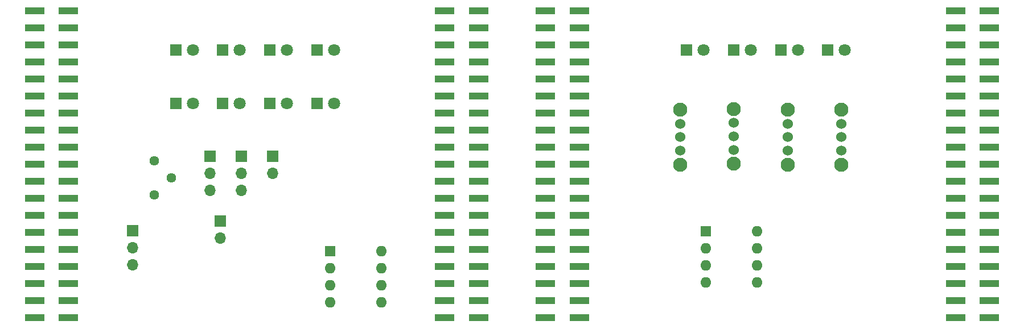
<source format=gbr>
%TF.GenerationSoftware,KiCad,Pcbnew,(6.0.8)*%
%TF.CreationDate,2022-11-08T10:52:10+01:00*%
%TF.ProjectId,TVZ_KTM_ApplicationBoard,54565a5f-4b54-44d5-9f41-70706c696361,rev?*%
%TF.SameCoordinates,Original*%
%TF.FileFunction,Copper,L2,Bot*%
%TF.FilePolarity,Positive*%
%FSLAX46Y46*%
G04 Gerber Fmt 4.6, Leading zero omitted, Abs format (unit mm)*
G04 Created by KiCad (PCBNEW (6.0.8)) date 2022-11-08 10:52:10*
%MOMM*%
%LPD*%
G01*
G04 APERTURE LIST*
%TA.AperFunction,ComponentPad*%
%ADD10C,1.440000*%
%TD*%
%TA.AperFunction,ComponentPad*%
%ADD11R,1.700000X1.700000*%
%TD*%
%TA.AperFunction,ComponentPad*%
%ADD12O,1.700000X1.700000*%
%TD*%
%TA.AperFunction,ComponentPad*%
%ADD13R,1.600000X1.600000*%
%TD*%
%TA.AperFunction,ComponentPad*%
%ADD14O,1.600000X1.600000*%
%TD*%
%TA.AperFunction,ComponentPad*%
%ADD15C,2.100000*%
%TD*%
%TA.AperFunction,ComponentPad*%
%ADD16C,1.524000*%
%TD*%
%TA.AperFunction,ComponentPad*%
%ADD17R,1.800000X1.800000*%
%TD*%
%TA.AperFunction,ComponentPad*%
%ADD18C,1.800000*%
%TD*%
%TA.AperFunction,SMDPad,CuDef*%
%ADD19R,3.000000X1.000000*%
%TD*%
G04 APERTURE END LIST*
D10*
%TO.P,RV1,1,1*%
%TO.N,+3V3*%
X119790000Y-83610000D03*
%TO.P,RV1,2,2*%
%TO.N,POT*%
X122330000Y-81070000D03*
%TO.P,RV1,3,3*%
%TO.N,GND*%
X119790000Y-78530000D03*
%TD*%
D11*
%TO.P,JP5,1,A*%
%TO.N,+3V3*%
X128070000Y-77850000D03*
D12*
%TO.P,JP5,2,C*%
%TO.N,Net-(JP5-Pad2)*%
X128070000Y-80390000D03*
%TO.P,JP5,3,B*%
%TO.N,GND*%
X128070000Y-82930000D03*
%TD*%
D11*
%TO.P,JP4,1,A*%
%TO.N,+3V3*%
X132720000Y-77850000D03*
D12*
%TO.P,JP4,2,C*%
%TO.N,Net-(JP4-Pad2)*%
X132720000Y-80390000D03*
%TO.P,JP4,3,B*%
%TO.N,GND*%
X132720000Y-82930000D03*
%TD*%
D11*
%TO.P,JP3,1,A*%
%TO.N,Net-(JP3-Pad1)*%
X129660000Y-87550000D03*
D12*
%TO.P,JP3,2,B*%
%TO.N,/SDA*%
X129660000Y-90090000D03*
%TD*%
D11*
%TO.P,JP2,1,A*%
%TO.N,Net-(JP2-Pad1)*%
X137370000Y-77850000D03*
D12*
%TO.P,JP2,2,B*%
%TO.N,/SCL*%
X137370000Y-80390000D03*
%TD*%
D11*
%TO.P,JP1,1,A*%
%TO.N,+3V3*%
X116560000Y-88940000D03*
D12*
%TO.P,JP1,2,C*%
%TO.N,Net-(JP1-Pad2)*%
X116560000Y-91480000D03*
%TO.P,JP1,3,B*%
%TO.N,GND*%
X116560000Y-94020000D03*
%TD*%
D13*
%TO.P,U3,1,TXD*%
%TO.N,TXD_2*%
X201825000Y-89015000D03*
D14*
%TO.P,U3,2,VSS*%
%TO.N,GND*%
X201825000Y-91555000D03*
%TO.P,U3,3,VDD*%
%TO.N,+3V3*%
X201825000Y-94095000D03*
%TO.P,U3,4,RXD*%
%TO.N,RXD_2*%
X201825000Y-96635000D03*
%TO.P,U3,5,Vref*%
%TO.N,unconnected-(U3-Pad5)*%
X209445000Y-96635000D03*
%TO.P,U3,6,CANL*%
%TO.N,Net-(R18-Pad2)*%
X209445000Y-94095000D03*
%TO.P,U3,7,CANH*%
%TO.N,Net-(R18-Pad1)*%
X209445000Y-91555000D03*
%TO.P,U3,8,Rs*%
%TO.N,GND*%
X209445000Y-89015000D03*
%TD*%
D15*
%TO.P,SW4,*%
%TO.N,*%
X222000000Y-79100000D03*
X222000000Y-70900000D03*
D16*
%TO.P,SW4,1,A*%
%TO.N,unconnected-(SW4-Pad1)*%
X222000000Y-73000000D03*
%TO.P,SW4,2,B*%
%TO.N,PB10_1*%
X222000000Y-75000000D03*
%TO.P,SW4,3,C*%
%TO.N,GND*%
X222000000Y-77000000D03*
%TD*%
D15*
%TO.P,SW3,*%
%TO.N,*%
X206000000Y-79000000D03*
X206000000Y-70800000D03*
D16*
%TO.P,SW3,1,A*%
%TO.N,unconnected-(SW3-Pad1)*%
X206000000Y-72900000D03*
%TO.P,SW3,2,B*%
%TO.N,PB1_1*%
X206000000Y-74900000D03*
%TO.P,SW3,3,C*%
%TO.N,GND*%
X206000000Y-76900000D03*
%TD*%
D15*
%TO.P,SW2,*%
%TO.N,*%
X214000000Y-79100000D03*
X214000000Y-70900000D03*
D16*
%TO.P,SW2,1,A*%
%TO.N,unconnected-(SW2-Pad1)*%
X214000000Y-73000000D03*
%TO.P,SW2,2,B*%
%TO.N,PB2_1*%
X214000000Y-75000000D03*
%TO.P,SW2,3,C*%
%TO.N,GND*%
X214000000Y-77000000D03*
%TD*%
D15*
%TO.P,SW1,*%
%TO.N,*%
X198000000Y-79100000D03*
X198000000Y-70900000D03*
D16*
%TO.P,SW1,1,A*%
%TO.N,unconnected-(SW1-Pad1)*%
X198000000Y-73000000D03*
%TO.P,SW1,2,B*%
%TO.N,PB0_1*%
X198000000Y-75000000D03*
%TO.P,SW1,3,C*%
%TO.N,GND*%
X198000000Y-77000000D03*
%TD*%
D17*
%TO.P,D12,1,K*%
%TO.N,GND*%
X144000000Y-70000000D03*
D18*
%TO.P,D12,2,A*%
%TO.N,Net-(D12-Pad2)*%
X146540000Y-70000000D03*
%TD*%
D17*
%TO.P,D11,1,K*%
%TO.N,GND*%
X137000000Y-70000000D03*
D18*
%TO.P,D11,2,A*%
%TO.N,Net-(D11-Pad2)*%
X139540000Y-70000000D03*
%TD*%
D17*
%TO.P,D10,1,K*%
%TO.N,GND*%
X130000000Y-70000000D03*
D18*
%TO.P,D10,2,A*%
%TO.N,Net-(D10-Pad2)*%
X132540000Y-70000000D03*
%TD*%
D17*
%TO.P,D9,1,K*%
%TO.N,GND*%
X123000000Y-70000000D03*
D18*
%TO.P,D9,2,A*%
%TO.N,Net-(D9-Pad2)*%
X125540000Y-70000000D03*
%TD*%
D17*
%TO.P,D8,1,K*%
%TO.N,GND*%
X144000000Y-62000000D03*
D18*
%TO.P,D8,2,A*%
%TO.N,Net-(D8-Pad2)*%
X146540000Y-62000000D03*
%TD*%
D17*
%TO.P,D7,1,K*%
%TO.N,GND*%
X137000000Y-62000000D03*
D18*
%TO.P,D7,2,A*%
%TO.N,Net-(D7-Pad2)*%
X139540000Y-62000000D03*
%TD*%
D17*
%TO.P,D6,1,K*%
%TO.N,GND*%
X130000000Y-62000000D03*
D18*
%TO.P,D6,2,A*%
%TO.N,Net-(D6-Pad2)*%
X132540000Y-62000000D03*
%TD*%
D17*
%TO.P,D5,1,K*%
%TO.N,GND*%
X123000000Y-62000000D03*
D18*
%TO.P,D5,2,A*%
%TO.N,Net-(D5-Pad2)*%
X125540000Y-62000000D03*
%TD*%
D17*
%TO.P,D4,1,K*%
%TO.N,GND*%
X220000000Y-62000000D03*
D18*
%TO.P,D4,2,A*%
%TO.N,Net-(D4-Pad2)*%
X222540000Y-62000000D03*
%TD*%
D17*
%TO.P,D3,1,K*%
%TO.N,GND*%
X213000000Y-62000000D03*
D18*
%TO.P,D3,2,A*%
%TO.N,Net-(D3-Pad2)*%
X215540000Y-62000000D03*
%TD*%
D17*
%TO.P,D2,1,K*%
%TO.N,GND*%
X206000000Y-62000000D03*
D18*
%TO.P,D2,2,A*%
%TO.N,Net-(D2-Pad2)*%
X208540000Y-62000000D03*
%TD*%
D17*
%TO.P,D1,1,K*%
%TO.N,GND*%
X199000000Y-62000000D03*
D18*
%TO.P,D1,2,A*%
%TO.N,Net-(D1-Pad2)*%
X201540000Y-62000000D03*
%TD*%
D13*
%TO.P,U2,1,TXD*%
%TO.N,TXD_1*%
X146000000Y-92000000D03*
D14*
%TO.P,U2,2,VSS*%
%TO.N,GND*%
X146000000Y-94540000D03*
%TO.P,U2,3,VDD*%
%TO.N,+3V3*%
X146000000Y-97080000D03*
%TO.P,U2,4,RXD*%
%TO.N,RXD_1*%
X146000000Y-99620000D03*
%TO.P,U2,5,Vref*%
%TO.N,unconnected-(U2-Pad5)*%
X153620000Y-99620000D03*
%TO.P,U2,6,CANL*%
%TO.N,Net-(R18-Pad2)*%
X153620000Y-97080000D03*
%TO.P,U2,7,CANH*%
%TO.N,Net-(R18-Pad1)*%
X153620000Y-94540000D03*
%TO.P,U2,8,Rs*%
%TO.N,GND*%
X153620000Y-92000000D03*
%TD*%
D19*
%TO.P,J2,1,Pin_1*%
%TO.N,PC9_1*%
X162980000Y-56210000D03*
%TO.P,J2,2,Pin_2*%
%TO.N,PC8_1*%
X168020000Y-56210000D03*
%TO.P,J2,3,Pin_3*%
%TO.N,unconnected-(J2-Pad3)*%
X162980000Y-58750000D03*
%TO.P,J2,4,Pin_4*%
%TO.N,PC6_1*%
X168020000Y-58750000D03*
%TO.P,J2,5,Pin_5*%
%TO.N,unconnected-(J2-Pad5)*%
X162980000Y-61290000D03*
%TO.P,J2,6,Pin_6*%
%TO.N,unconnected-(J2-Pad6)*%
X168020000Y-61290000D03*
%TO.P,J2,7,Pin_7*%
%TO.N,unconnected-(J2-Pad7)*%
X162980000Y-63830000D03*
%TO.P,J2,8,Pin_8*%
%TO.N,unconnected-(J2-Pad8)*%
X168020000Y-63830000D03*
%TO.P,J2,9,Pin_9*%
%TO.N,GND*%
X162980000Y-66370000D03*
%TO.P,J2,10,Pin_10*%
%TO.N,unconnected-(J2-Pad10)*%
X168020000Y-66370000D03*
%TO.P,J2,11,Pin_11*%
%TO.N,unconnected-(J2-Pad11)*%
X162980000Y-68910000D03*
%TO.P,J2,12,Pin_12*%
%TO.N,unconnected-(J2-Pad12)*%
X168020000Y-68910000D03*
%TO.P,J2,13,Pin_13*%
%TO.N,unconnected-(J2-Pad13)*%
X162980000Y-71450000D03*
%TO.P,J2,14,Pin_14*%
%TO.N,unconnected-(J2-Pad14)*%
X168020000Y-71450000D03*
%TO.P,J2,15,Pin_15*%
%TO.N,PA7_BUSY*%
X162980000Y-73990000D03*
%TO.P,J2,16,Pin_16*%
%TO.N,unconnected-(J2-Pad16)*%
X168020000Y-73990000D03*
%TO.P,J2,17,Pin_17*%
%TO.N,unconnected-(J2-Pad17)*%
X162980000Y-76530000D03*
%TO.P,J2,18,Pin_18*%
%TO.N,unconnected-(J2-Pad18)*%
X168020000Y-76530000D03*
%TO.P,J2,19,Pin_19*%
%TO.N,PC7_1*%
X162980000Y-79070000D03*
%TO.P,J2,20,Pin_20*%
%TO.N,GND*%
X168020000Y-79070000D03*
%TO.P,J2,21,Pin_21*%
%TO.N,unconnected-(J2-Pad21)*%
X162980000Y-81610000D03*
%TO.P,J2,22,Pin_22*%
%TO.N,PB2_1*%
X168020000Y-81610000D03*
%TO.P,J2,23,Pin_23*%
%TO.N,PA8_STROBE*%
X162980000Y-84150000D03*
%TO.P,J2,24,Pin_24*%
%TO.N,PB1_1*%
X168020000Y-84150000D03*
%TO.P,J2,25,Pin_25*%
%TO.N,PB10_1*%
X162980000Y-86690000D03*
%TO.P,J2,26,Pin_26*%
%TO.N,unconnected-(J2-Pad26)*%
X168020000Y-86690000D03*
%TO.P,J2,27,Pin_27*%
%TO.N,unconnected-(J2-Pad27)*%
X162980000Y-89230000D03*
%TO.P,J2,28,Pin_28*%
%TO.N,unconnected-(J2-Pad28)*%
X168020000Y-89230000D03*
%TO.P,J2,29,Pin_29*%
%TO.N,unconnected-(J2-Pad29)*%
X162980000Y-91770000D03*
%TO.P,J2,30,Pin_30*%
%TO.N,unconnected-(J2-Pad30)*%
X168020000Y-91770000D03*
%TO.P,J2,31,Pin_31*%
%TO.N,unconnected-(J2-Pad31)*%
X162980000Y-94310000D03*
%TO.P,J2,32,Pin_32*%
%TO.N,unconnected-(J2-Pad32)*%
X168020000Y-94310000D03*
%TO.P,J2,33,Pin_33*%
%TO.N,unconnected-(J2-Pad33)*%
X162980000Y-96850000D03*
%TO.P,J2,34,Pin_34*%
%TO.N,unconnected-(J2-Pad34)*%
X168020000Y-96850000D03*
%TO.P,J2,35,Pin_35*%
%TO.N,unconnected-(J2-Pad35)*%
X162980000Y-99390000D03*
%TO.P,J2,36,Pin_36*%
%TO.N,unconnected-(J2-Pad36)*%
X168020000Y-99390000D03*
%TO.P,J2,37,Pin_37*%
%TO.N,unconnected-(J2-Pad37)*%
X162980000Y-101930000D03*
%TO.P,J2,38,Pin_38*%
%TO.N,unconnected-(J2-Pad38)*%
X168020000Y-101930000D03*
%TD*%
%TO.P,J3,1,Pin_1*%
%TO.N,unconnected-(J3-Pad1)*%
X177980001Y-56210001D03*
%TO.P,J3,2,Pin_2*%
%TO.N,unconnected-(J3-Pad2)*%
X183020001Y-56210001D03*
%TO.P,J3,3,Pin_3*%
%TO.N,unconnected-(J3-Pad3)*%
X177980001Y-58750001D03*
%TO.P,J3,4,Pin_4*%
%TO.N,unconnected-(J3-Pad4)*%
X183020001Y-58750001D03*
%TO.P,J3,5,Pin_5*%
%TO.N,unconnected-(J3-Pad5)*%
X177980001Y-61290001D03*
%TO.P,J3,6,Pin_6*%
%TO.N,unconnected-(J3-Pad6)*%
X183020001Y-61290001D03*
%TO.P,J3,7,Pin_7*%
%TO.N,unconnected-(J3-Pad7)*%
X177980001Y-63830001D03*
%TO.P,J3,8,Pin_8*%
%TO.N,GND*%
X183020001Y-63830001D03*
%TO.P,J3,9,Pin_9*%
%TO.N,unconnected-(J3-Pad9)*%
X177980001Y-66370001D03*
%TO.P,J3,10,Pin_10*%
%TO.N,unconnected-(J3-Pad10)*%
X183020001Y-66370001D03*
%TO.P,J3,11,Pin_11*%
%TO.N,unconnected-(J3-Pad11)*%
X177980001Y-68910001D03*
%TO.P,J3,12,Pin_12*%
%TO.N,unconnected-(J3-Pad12)*%
X183020001Y-68910001D03*
%TO.P,J3,13,Pin_13*%
%TO.N,unconnected-(J3-Pad13)*%
X177980001Y-71450001D03*
%TO.P,J3,14,Pin_14*%
%TO.N,unconnected-(J3-Pad14)*%
X183020001Y-71450001D03*
%TO.P,J3,15,Pin_15*%
%TO.N,unconnected-(J3-Pad15)*%
X177980001Y-73990001D03*
%TO.P,J3,16,Pin_16*%
%TO.N,+3V3*%
X183020001Y-73990001D03*
%TO.P,J3,17,Pin_17*%
%TO.N,unconnected-(J3-Pad17)*%
X177980001Y-76530001D03*
%TO.P,J3,18,Pin_18*%
%TO.N,unconnected-(J3-Pad18)*%
X183020001Y-76530001D03*
%TO.P,J3,19,Pin_19*%
%TO.N,GND*%
X177980001Y-79070001D03*
%TO.P,J3,20,Pin_20*%
X183020001Y-79070001D03*
%TO.P,J3,21,Pin_21*%
%TO.N,unconnected-(J3-Pad21)*%
X177980001Y-81610001D03*
%TO.P,J3,22,Pin_22*%
%TO.N,GND*%
X183020001Y-81610001D03*
%TO.P,J3,23,Pin_23*%
%TO.N,unconnected-(J3-Pad23)*%
X177980001Y-84150001D03*
%TO.P,J3,24,Pin_24*%
%TO.N,unconnected-(J3-Pad24)*%
X183020001Y-84150001D03*
%TO.P,J3,25,Pin_25*%
%TO.N,unconnected-(J3-Pad25)*%
X177980001Y-86690001D03*
%TO.P,J3,26,Pin_26*%
%TO.N,unconnected-(J3-Pad26)*%
X183020001Y-86690001D03*
%TO.P,J3,27,Pin_27*%
%TO.N,unconnected-(J3-Pad27)*%
X177980001Y-89230001D03*
%TO.P,J3,28,Pin_28*%
%TO.N,unconnected-(J3-Pad28)*%
X183020001Y-89230001D03*
%TO.P,J3,29,Pin_29*%
%TO.N,unconnected-(J3-Pad29)*%
X177980001Y-91770001D03*
%TO.P,J3,30,Pin_30*%
%TO.N,unconnected-(J3-Pad30)*%
X183020001Y-91770001D03*
%TO.P,J3,31,Pin_31*%
%TO.N,unconnected-(J3-Pad31)*%
X177980001Y-94310001D03*
%TO.P,J3,32,Pin_32*%
%TO.N,unconnected-(J3-Pad32)*%
X183020001Y-94310001D03*
%TO.P,J3,33,Pin_33*%
%TO.N,unconnected-(J3-Pad33)*%
X177980001Y-96850001D03*
%TO.P,J3,34,Pin_34*%
%TO.N,unconnected-(J3-Pad34)*%
X183020001Y-96850001D03*
%TO.P,J3,35,Pin_35*%
%TO.N,unconnected-(J3-Pad35)*%
X177980001Y-99390001D03*
%TO.P,J3,36,Pin_36*%
%TO.N,unconnected-(J3-Pad36)*%
X183020001Y-99390001D03*
%TO.P,J3,37,Pin_37*%
%TO.N,unconnected-(J3-Pad37)*%
X177980001Y-101930001D03*
%TO.P,J3,38,Pin_38*%
%TO.N,unconnected-(J3-Pad38)*%
X183020001Y-101930001D03*
%TD*%
%TO.P,J4,1,Pin_1*%
%TO.N,PC9_2*%
X238980001Y-56210001D03*
%TO.P,J4,2,Pin_2*%
%TO.N,PC8_2*%
X244020001Y-56210001D03*
%TO.P,J4,3,Pin_3*%
%TO.N,unconnected-(J4-Pad3)*%
X238980001Y-58750001D03*
%TO.P,J4,4,Pin_4*%
%TO.N,PC6_2*%
X244020001Y-58750001D03*
%TO.P,J4,5,Pin_5*%
%TO.N,unconnected-(J4-Pad5)*%
X238980001Y-61290001D03*
%TO.P,J4,6,Pin_6*%
%TO.N,unconnected-(J4-Pad6)*%
X244020001Y-61290001D03*
%TO.P,J4,7,Pin_7*%
%TO.N,unconnected-(J4-Pad7)*%
X238980001Y-63830001D03*
%TO.P,J4,8,Pin_8*%
%TO.N,unconnected-(J4-Pad8)*%
X244020001Y-63830001D03*
%TO.P,J4,9,Pin_9*%
%TO.N,GND*%
X238980001Y-66370001D03*
%TO.P,J4,10,Pin_10*%
%TO.N,unconnected-(J4-Pad10)*%
X244020001Y-66370001D03*
%TO.P,J4,11,Pin_11*%
%TO.N,unconnected-(J4-Pad11)*%
X238980001Y-68910001D03*
%TO.P,J4,12,Pin_12*%
%TO.N,unconnected-(J4-Pad12)*%
X244020001Y-68910001D03*
%TO.P,J4,13,Pin_13*%
%TO.N,unconnected-(J4-Pad13)*%
X238980001Y-71450001D03*
%TO.P,J4,14,Pin_14*%
%TO.N,unconnected-(J4-Pad14)*%
X244020001Y-71450001D03*
%TO.P,J4,15,Pin_15*%
%TO.N,PA7_BUSY*%
X238980001Y-73990001D03*
%TO.P,J4,16,Pin_16*%
%TO.N,unconnected-(J4-Pad16)*%
X244020001Y-73990001D03*
%TO.P,J4,17,Pin_17*%
%TO.N,unconnected-(J4-Pad17)*%
X238980001Y-76530001D03*
%TO.P,J4,18,Pin_18*%
%TO.N,unconnected-(J4-Pad18)*%
X244020001Y-76530001D03*
%TO.P,J4,19,Pin_19*%
%TO.N,PC7_2*%
X238980001Y-79070001D03*
%TO.P,J4,20,Pin_20*%
%TO.N,GND*%
X244020001Y-79070001D03*
%TO.P,J4,21,Pin_21*%
%TO.N,unconnected-(J4-Pad21)*%
X238980001Y-81610001D03*
%TO.P,J4,22,Pin_22*%
%TO.N,unconnected-(J4-Pad22)*%
X244020001Y-81610001D03*
%TO.P,J4,23,Pin_23*%
%TO.N,PA8_STROBE*%
X238980001Y-84150001D03*
%TO.P,J4,24,Pin_24*%
%TO.N,unconnected-(J4-Pad24)*%
X244020001Y-84150001D03*
%TO.P,J4,25,Pin_25*%
%TO.N,unconnected-(J4-Pad25)*%
X238980001Y-86690001D03*
%TO.P,J4,26,Pin_26*%
%TO.N,unconnected-(J4-Pad26)*%
X244020001Y-86690001D03*
%TO.P,J4,27,Pin_27*%
%TO.N,unconnected-(J4-Pad27)*%
X238980001Y-89230001D03*
%TO.P,J4,28,Pin_28*%
%TO.N,unconnected-(J4-Pad28)*%
X244020001Y-89230001D03*
%TO.P,J4,29,Pin_29*%
%TO.N,unconnected-(J4-Pad29)*%
X238980001Y-91770001D03*
%TO.P,J4,30,Pin_30*%
%TO.N,unconnected-(J4-Pad30)*%
X244020001Y-91770001D03*
%TO.P,J4,31,Pin_31*%
%TO.N,unconnected-(J4-Pad31)*%
X238980001Y-94310001D03*
%TO.P,J4,32,Pin_32*%
%TO.N,unconnected-(J4-Pad32)*%
X244020001Y-94310001D03*
%TO.P,J4,33,Pin_33*%
%TO.N,unconnected-(J4-Pad33)*%
X238980001Y-96850001D03*
%TO.P,J4,34,Pin_34*%
%TO.N,unconnected-(J4-Pad34)*%
X244020001Y-96850001D03*
%TO.P,J4,35,Pin_35*%
%TO.N,unconnected-(J4-Pad35)*%
X238980001Y-99390001D03*
%TO.P,J4,36,Pin_36*%
%TO.N,unconnected-(J4-Pad36)*%
X244020001Y-99390001D03*
%TO.P,J4,37,Pin_37*%
%TO.N,unconnected-(J4-Pad37)*%
X238980001Y-101930001D03*
%TO.P,J4,38,Pin_38*%
%TO.N,unconnected-(J4-Pad38)*%
X244020001Y-101930001D03*
%TD*%
%TO.P,J1,1,Pin_1*%
%TO.N,unconnected-(J1-Pad1)*%
X101980000Y-56210000D03*
%TO.P,J1,2,Pin_2*%
%TO.N,unconnected-(J1-Pad2)*%
X107020000Y-56210000D03*
%TO.P,J1,3,Pin_3*%
%TO.N,unconnected-(J1-Pad3)*%
X101980000Y-58750000D03*
%TO.P,J1,4,Pin_4*%
%TO.N,unconnected-(J1-Pad4)*%
X107020000Y-58750000D03*
%TO.P,J1,5,Pin_5*%
%TO.N,unconnected-(J1-Pad5)*%
X101980000Y-61290000D03*
%TO.P,J1,6,Pin_6*%
%TO.N,unconnected-(J1-Pad6)*%
X107020000Y-61290000D03*
%TO.P,J1,7,Pin_7*%
%TO.N,unconnected-(J1-Pad7)*%
X101980000Y-63830000D03*
%TO.P,J1,8,Pin_8*%
%TO.N,GND*%
X107020000Y-63830000D03*
%TO.P,J1,9,Pin_9*%
%TO.N,unconnected-(J1-Pad9)*%
X101980000Y-66370000D03*
%TO.P,J1,10,Pin_10*%
%TO.N,unconnected-(J1-Pad10)*%
X107020000Y-66370000D03*
%TO.P,J1,11,Pin_11*%
%TO.N,unconnected-(J1-Pad11)*%
X101980000Y-68910000D03*
%TO.P,J1,12,Pin_12*%
%TO.N,unconnected-(J1-Pad12)*%
X107020000Y-68910000D03*
%TO.P,J1,13,Pin_13*%
%TO.N,unconnected-(J1-Pad13)*%
X101980000Y-71450000D03*
%TO.P,J1,14,Pin_14*%
%TO.N,unconnected-(J1-Pad14)*%
X107020000Y-71450000D03*
%TO.P,J1,15,Pin_15*%
%TO.N,unconnected-(J1-Pad15)*%
X101980000Y-73990000D03*
%TO.P,J1,16,Pin_16*%
%TO.N,+3V3*%
X107020000Y-73990000D03*
%TO.P,J1,17,Pin_17*%
%TO.N,unconnected-(J1-Pad17)*%
X101980000Y-76530000D03*
%TO.P,J1,18,Pin_18*%
%TO.N,unconnected-(J1-Pad18)*%
X107020000Y-76530000D03*
%TO.P,J1,19,Pin_19*%
%TO.N,GND*%
X101980000Y-79070000D03*
%TO.P,J1,20,Pin_20*%
X107020000Y-79070000D03*
%TO.P,J1,21,Pin_21*%
%TO.N,unconnected-(J1-Pad21)*%
X101980000Y-81610000D03*
%TO.P,J1,22,Pin_22*%
%TO.N,GND*%
X107020000Y-81610000D03*
%TO.P,J1,23,Pin_23*%
%TO.N,unconnected-(J1-Pad23)*%
X101980000Y-84150000D03*
%TO.P,J1,24,Pin_24*%
%TO.N,unconnected-(J1-Pad24)*%
X107020000Y-84150000D03*
%TO.P,J1,25,Pin_25*%
%TO.N,unconnected-(J1-Pad25)*%
X101980000Y-86690000D03*
%TO.P,J1,26,Pin_26*%
%TO.N,unconnected-(J1-Pad26)*%
X107020000Y-86690000D03*
%TO.P,J1,27,Pin_27*%
%TO.N,unconnected-(J1-Pad27)*%
X101980000Y-89230000D03*
%TO.P,J1,28,Pin_28*%
%TO.N,unconnected-(J1-Pad28)*%
X107020000Y-89230000D03*
%TO.P,J1,29,Pin_29*%
%TO.N,unconnected-(J1-Pad29)*%
X101980000Y-91770000D03*
%TO.P,J1,30,Pin_30*%
%TO.N,unconnected-(J1-Pad30)*%
X107020000Y-91770000D03*
%TO.P,J1,31,Pin_31*%
%TO.N,unconnected-(J1-Pad31)*%
X101980000Y-94310000D03*
%TO.P,J1,32,Pin_32*%
%TO.N,unconnected-(J1-Pad32)*%
X107020000Y-94310000D03*
%TO.P,J1,33,Pin_33*%
%TO.N,unconnected-(J1-Pad33)*%
X101980000Y-96850000D03*
%TO.P,J1,34,Pin_34*%
%TO.N,PB0_1*%
X107020000Y-96850000D03*
%TO.P,J1,35,Pin_35*%
%TO.N,unconnected-(J1-Pad35)*%
X101980000Y-99390000D03*
%TO.P,J1,36,Pin_36*%
%TO.N,unconnected-(J1-Pad36)*%
X107020000Y-99390000D03*
%TO.P,J1,37,Pin_37*%
%TO.N,unconnected-(J1-Pad37)*%
X101980000Y-101930000D03*
%TO.P,J1,38,Pin_38*%
%TO.N,unconnected-(J1-Pad38)*%
X107020000Y-101930000D03*
%TD*%
M02*

</source>
